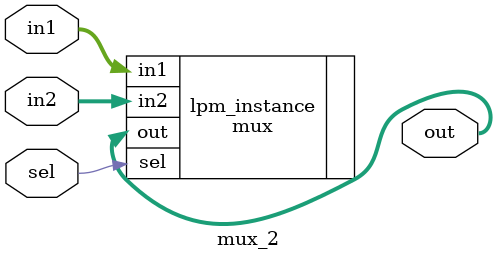
<source format=v>



module mux_2(sel,in1,in2,out);
input sel;
input [7:0] in1;
input [7:0] in2;
output [7:0] out;

mux	lpm_instance(.sel(sel),.in1(in1),.in2(in2),.out(out));

endmodule

</source>
